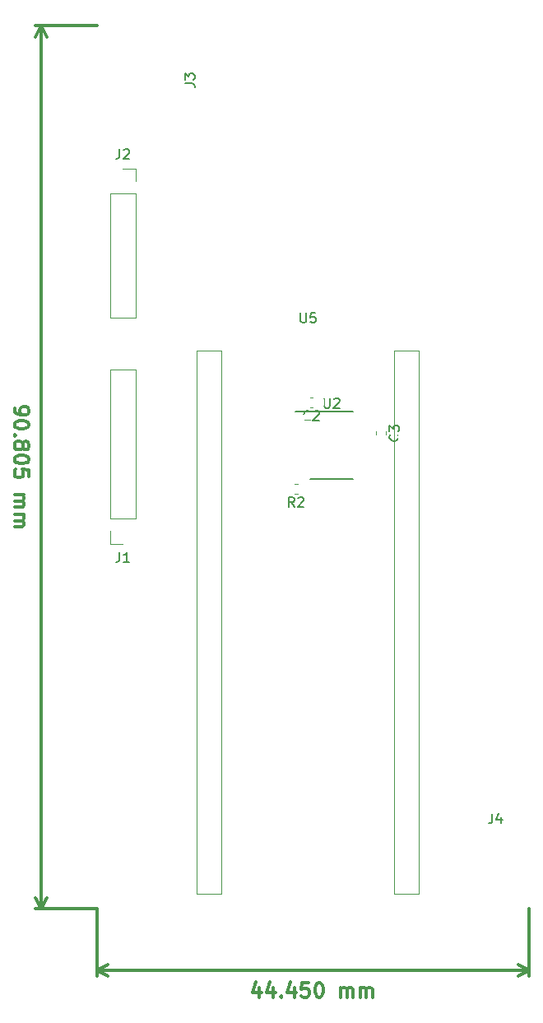
<source format=gto>
%TF.GenerationSoftware,KiCad,Pcbnew,5.0.2+dfsg1-1*%
%TF.CreationDate,2021-12-28T09:45:32+01:00*%
%TF.ProjectId,GbSwitchFp,47625377-6974-4636-9846-702e6b696361,rev?*%
%TF.SameCoordinates,Original*%
%TF.FileFunction,Legend,Top*%
%TF.FilePolarity,Positive*%
%FSLAX46Y46*%
G04 Gerber Fmt 4.6, Leading zero omitted, Abs format (unit mm)*
G04 Created by KiCad (PCBNEW 5.0.2+dfsg1-1) date Tue 28 Dec 2021 09:45:32 AM CET*
%MOMM*%
%LPD*%
G01*
G04 APERTURE LIST*
%ADD10C,0.300000*%
%ADD11C,0.120000*%
%ADD12C,0.150000*%
%ADD13C,1.802000*%
%ADD14O,1.802000X1.802000*%
%ADD15R,1.802000X1.802000*%
%ADD16C,0.100000*%
%ADD17C,0.977000*%
%ADD18R,2.102000X11.102000*%
%ADD19C,2.702000*%
%ADD20R,1.552000X0.552000*%
G04 APERTURE END LIST*
D10*
X98821428Y-90766071D02*
X98821428Y-91051785D01*
X98892857Y-91194642D01*
X98964285Y-91266071D01*
X99178571Y-91408928D01*
X99464285Y-91480357D01*
X100035714Y-91480357D01*
X100178571Y-91408928D01*
X100250000Y-91337500D01*
X100321428Y-91194642D01*
X100321428Y-90908928D01*
X100250000Y-90766071D01*
X100178571Y-90694642D01*
X100035714Y-90623214D01*
X99678571Y-90623214D01*
X99535714Y-90694642D01*
X99464285Y-90766071D01*
X99392857Y-90908928D01*
X99392857Y-91194642D01*
X99464285Y-91337500D01*
X99535714Y-91408928D01*
X99678571Y-91480357D01*
X100321428Y-92408928D02*
X100321428Y-92551785D01*
X100250000Y-92694642D01*
X100178571Y-92766071D01*
X100035714Y-92837500D01*
X99750000Y-92908928D01*
X99392857Y-92908928D01*
X99107142Y-92837500D01*
X98964285Y-92766071D01*
X98892857Y-92694642D01*
X98821428Y-92551785D01*
X98821428Y-92408928D01*
X98892857Y-92266071D01*
X98964285Y-92194642D01*
X99107142Y-92123214D01*
X99392857Y-92051785D01*
X99750000Y-92051785D01*
X100035714Y-92123214D01*
X100178571Y-92194642D01*
X100250000Y-92266071D01*
X100321428Y-92408928D01*
X98964285Y-93551785D02*
X98892857Y-93623214D01*
X98821428Y-93551785D01*
X98892857Y-93480357D01*
X98964285Y-93551785D01*
X98821428Y-93551785D01*
X99678571Y-94480357D02*
X99750000Y-94337500D01*
X99821428Y-94266071D01*
X99964285Y-94194642D01*
X100035714Y-94194642D01*
X100178571Y-94266071D01*
X100250000Y-94337500D01*
X100321428Y-94480357D01*
X100321428Y-94766071D01*
X100250000Y-94908928D01*
X100178571Y-94980357D01*
X100035714Y-95051785D01*
X99964285Y-95051785D01*
X99821428Y-94980357D01*
X99750000Y-94908928D01*
X99678571Y-94766071D01*
X99678571Y-94480357D01*
X99607142Y-94337500D01*
X99535714Y-94266071D01*
X99392857Y-94194642D01*
X99107142Y-94194642D01*
X98964285Y-94266071D01*
X98892857Y-94337500D01*
X98821428Y-94480357D01*
X98821428Y-94766071D01*
X98892857Y-94908928D01*
X98964285Y-94980357D01*
X99107142Y-95051785D01*
X99392857Y-95051785D01*
X99535714Y-94980357D01*
X99607142Y-94908928D01*
X99678571Y-94766071D01*
X100321428Y-95980357D02*
X100321428Y-96123214D01*
X100250000Y-96266071D01*
X100178571Y-96337500D01*
X100035714Y-96408928D01*
X99750000Y-96480357D01*
X99392857Y-96480357D01*
X99107142Y-96408928D01*
X98964285Y-96337500D01*
X98892857Y-96266071D01*
X98821428Y-96123214D01*
X98821428Y-95980357D01*
X98892857Y-95837500D01*
X98964285Y-95766071D01*
X99107142Y-95694642D01*
X99392857Y-95623214D01*
X99750000Y-95623214D01*
X100035714Y-95694642D01*
X100178571Y-95766071D01*
X100250000Y-95837500D01*
X100321428Y-95980357D01*
X100321428Y-97837500D02*
X100321428Y-97123214D01*
X99607142Y-97051785D01*
X99678571Y-97123214D01*
X99750000Y-97266071D01*
X99750000Y-97623214D01*
X99678571Y-97766071D01*
X99607142Y-97837500D01*
X99464285Y-97908928D01*
X99107142Y-97908928D01*
X98964285Y-97837500D01*
X98892857Y-97766071D01*
X98821428Y-97623214D01*
X98821428Y-97266071D01*
X98892857Y-97123214D01*
X98964285Y-97051785D01*
X98821428Y-99694642D02*
X99821428Y-99694642D01*
X99678571Y-99694642D02*
X99750000Y-99766071D01*
X99821428Y-99908928D01*
X99821428Y-100123214D01*
X99750000Y-100266071D01*
X99607142Y-100337500D01*
X98821428Y-100337500D01*
X99607142Y-100337500D02*
X99750000Y-100408928D01*
X99821428Y-100551785D01*
X99821428Y-100766071D01*
X99750000Y-100908928D01*
X99607142Y-100980357D01*
X98821428Y-100980357D01*
X98821428Y-101694642D02*
X99821428Y-101694642D01*
X99678571Y-101694642D02*
X99750000Y-101766071D01*
X99821428Y-101908928D01*
X99821428Y-102123214D01*
X99750000Y-102266071D01*
X99607142Y-102337500D01*
X98821428Y-102337500D01*
X99607142Y-102337500D02*
X99750000Y-102408928D01*
X99821428Y-102551785D01*
X99821428Y-102766071D01*
X99750000Y-102908928D01*
X99607142Y-102980357D01*
X98821428Y-102980357D01*
X101600000Y-51435000D02*
X101600000Y-142240000D01*
X107315000Y-51435000D02*
X101013579Y-51435000D01*
X107315000Y-142240000D02*
X101013579Y-142240000D01*
X101600000Y-142240000D02*
X101013579Y-141113496D01*
X101600000Y-142240000D02*
X102186421Y-141113496D01*
X101600000Y-51435000D02*
X101013579Y-52561504D01*
X101600000Y-51435000D02*
X102186421Y-52561504D01*
X124040000Y-150368571D02*
X124040000Y-151368571D01*
X123682857Y-149797142D02*
X123325714Y-150868571D01*
X124254285Y-150868571D01*
X125468571Y-150368571D02*
X125468571Y-151368571D01*
X125111428Y-149797142D02*
X124754285Y-150868571D01*
X125682857Y-150868571D01*
X126254285Y-151225714D02*
X126325714Y-151297142D01*
X126254285Y-151368571D01*
X126182857Y-151297142D01*
X126254285Y-151225714D01*
X126254285Y-151368571D01*
X127611428Y-150368571D02*
X127611428Y-151368571D01*
X127254285Y-149797142D02*
X126897142Y-150868571D01*
X127825714Y-150868571D01*
X129111428Y-149868571D02*
X128397142Y-149868571D01*
X128325714Y-150582857D01*
X128397142Y-150511428D01*
X128540000Y-150440000D01*
X128897142Y-150440000D01*
X129040000Y-150511428D01*
X129111428Y-150582857D01*
X129182857Y-150725714D01*
X129182857Y-151082857D01*
X129111428Y-151225714D01*
X129040000Y-151297142D01*
X128897142Y-151368571D01*
X128540000Y-151368571D01*
X128397142Y-151297142D01*
X128325714Y-151225714D01*
X130111428Y-149868571D02*
X130254285Y-149868571D01*
X130397142Y-149940000D01*
X130468571Y-150011428D01*
X130540000Y-150154285D01*
X130611428Y-150440000D01*
X130611428Y-150797142D01*
X130540000Y-151082857D01*
X130468571Y-151225714D01*
X130397142Y-151297142D01*
X130254285Y-151368571D01*
X130111428Y-151368571D01*
X129968571Y-151297142D01*
X129897142Y-151225714D01*
X129825714Y-151082857D01*
X129754285Y-150797142D01*
X129754285Y-150440000D01*
X129825714Y-150154285D01*
X129897142Y-150011428D01*
X129968571Y-149940000D01*
X130111428Y-149868571D01*
X132397142Y-151368571D02*
X132397142Y-150368571D01*
X132397142Y-150511428D02*
X132468571Y-150440000D01*
X132611428Y-150368571D01*
X132825714Y-150368571D01*
X132968571Y-150440000D01*
X133040000Y-150582857D01*
X133040000Y-151368571D01*
X133040000Y-150582857D02*
X133111428Y-150440000D01*
X133254285Y-150368571D01*
X133468571Y-150368571D01*
X133611428Y-150440000D01*
X133682857Y-150582857D01*
X133682857Y-151368571D01*
X134397142Y-151368571D02*
X134397142Y-150368571D01*
X134397142Y-150511428D02*
X134468571Y-150440000D01*
X134611428Y-150368571D01*
X134825714Y-150368571D01*
X134968571Y-150440000D01*
X135040000Y-150582857D01*
X135040000Y-151368571D01*
X135040000Y-150582857D02*
X135111428Y-150440000D01*
X135254285Y-150368571D01*
X135468571Y-150368571D01*
X135611428Y-150440000D01*
X135682857Y-150582857D01*
X135682857Y-151368571D01*
X107315000Y-148590000D02*
X151765000Y-148590000D01*
X107315000Y-142240000D02*
X107315000Y-149176421D01*
X151765000Y-142240000D02*
X151765000Y-149176421D01*
X151765000Y-148590000D02*
X150638496Y-149176421D01*
X151765000Y-148590000D02*
X150638496Y-148003579D01*
X107315000Y-148590000D02*
X108441504Y-149176421D01*
X107315000Y-148590000D02*
X108441504Y-148003579D01*
D11*
X117602000Y-84836000D02*
X120142000Y-84836000D01*
X120142000Y-84836000D02*
X120142000Y-140716000D01*
X120142000Y-140716000D02*
X117602000Y-140716000D01*
X117602000Y-140716000D02*
X117602000Y-84836000D01*
X137922000Y-84836000D02*
X140462000Y-84836000D01*
X140462000Y-84836000D02*
X140462000Y-140716000D01*
X140462000Y-140716000D02*
X137922000Y-140716000D01*
X137922000Y-140716000D02*
X137922000Y-84836000D01*
X109982000Y-66107000D02*
X111312000Y-66107000D01*
X111312000Y-66107000D02*
X111312000Y-67437000D01*
X111312000Y-68707000D02*
X111312000Y-81467000D01*
X108652000Y-81467000D02*
X111312000Y-81467000D01*
X108652000Y-68707000D02*
X108652000Y-81467000D01*
X108652000Y-68707000D02*
X111312000Y-68707000D01*
X109982000Y-104708000D02*
X108652000Y-104708000D01*
X108652000Y-104708000D02*
X108652000Y-103378000D01*
X108652000Y-102108000D02*
X108652000Y-86808000D01*
X111312000Y-86808000D02*
X108652000Y-86808000D01*
X111312000Y-102108000D02*
X111312000Y-86808000D01*
X111312000Y-102108000D02*
X108652000Y-102108000D01*
X129550279Y-90680000D02*
X129224721Y-90680000D01*
X129550279Y-89660000D02*
X129224721Y-89660000D01*
X136015000Y-93182221D02*
X136015000Y-93507779D01*
X137035000Y-93182221D02*
X137035000Y-93507779D01*
D12*
X129249000Y-98054000D02*
X133699000Y-98054000D01*
X127724000Y-91154000D02*
X133699000Y-91154000D01*
D11*
X127950279Y-99570000D02*
X127624721Y-99570000D01*
X127950279Y-98550000D02*
X127624721Y-98550000D01*
D12*
X128270095Y-80978380D02*
X128270095Y-81787904D01*
X128317714Y-81883142D01*
X128365333Y-81930761D01*
X128460571Y-81978380D01*
X128651047Y-81978380D01*
X128746285Y-81930761D01*
X128793904Y-81883142D01*
X128841523Y-81787904D01*
X128841523Y-80978380D01*
X129793904Y-80978380D02*
X129317714Y-80978380D01*
X129270095Y-81454571D01*
X129317714Y-81406952D01*
X129412952Y-81359333D01*
X129651047Y-81359333D01*
X129746285Y-81406952D01*
X129793904Y-81454571D01*
X129841523Y-81549809D01*
X129841523Y-81787904D01*
X129793904Y-81883142D01*
X129746285Y-81930761D01*
X129651047Y-81978380D01*
X129412952Y-81978380D01*
X129317714Y-81930761D01*
X129270095Y-81883142D01*
X109648666Y-64119380D02*
X109648666Y-64833666D01*
X109601047Y-64976523D01*
X109505809Y-65071761D01*
X109362952Y-65119380D01*
X109267714Y-65119380D01*
X110077238Y-64214619D02*
X110124857Y-64167000D01*
X110220095Y-64119380D01*
X110458190Y-64119380D01*
X110553428Y-64167000D01*
X110601047Y-64214619D01*
X110648666Y-64309857D01*
X110648666Y-64405095D01*
X110601047Y-64547952D01*
X110029619Y-65119380D01*
X110648666Y-65119380D01*
X109648666Y-105600380D02*
X109648666Y-106314666D01*
X109601047Y-106457523D01*
X109505809Y-106552761D01*
X109362952Y-106600380D01*
X109267714Y-106600380D01*
X110648666Y-106600380D02*
X110077238Y-106600380D01*
X110362952Y-106600380D02*
X110362952Y-105600380D01*
X110267714Y-105743238D01*
X110172476Y-105838476D01*
X110077238Y-105886095D01*
X129220833Y-91957142D02*
X129173214Y-92004761D01*
X129030357Y-92052380D01*
X128935119Y-92052380D01*
X128792261Y-92004761D01*
X128697023Y-91909523D01*
X128649404Y-91814285D01*
X128601785Y-91623809D01*
X128601785Y-91480952D01*
X128649404Y-91290476D01*
X128697023Y-91195238D01*
X128792261Y-91100000D01*
X128935119Y-91052380D01*
X129030357Y-91052380D01*
X129173214Y-91100000D01*
X129220833Y-91147619D01*
X129601785Y-91147619D02*
X129649404Y-91100000D01*
X129744642Y-91052380D01*
X129982738Y-91052380D01*
X130077976Y-91100000D01*
X130125595Y-91147619D01*
X130173214Y-91242857D01*
X130173214Y-91338095D01*
X130125595Y-91480952D01*
X129554166Y-92052380D01*
X130173214Y-92052380D01*
X138312142Y-93511666D02*
X138359761Y-93559285D01*
X138407380Y-93702142D01*
X138407380Y-93797380D01*
X138359761Y-93940238D01*
X138264523Y-94035476D01*
X138169285Y-94083095D01*
X137978809Y-94130714D01*
X137835952Y-94130714D01*
X137645476Y-94083095D01*
X137550238Y-94035476D01*
X137455000Y-93940238D01*
X137407380Y-93797380D01*
X137407380Y-93702142D01*
X137455000Y-93559285D01*
X137502619Y-93511666D01*
X137407380Y-93178333D02*
X137407380Y-92559285D01*
X137788333Y-92892619D01*
X137788333Y-92749761D01*
X137835952Y-92654523D01*
X137883571Y-92606904D01*
X137978809Y-92559285D01*
X138216904Y-92559285D01*
X138312142Y-92606904D01*
X138359761Y-92654523D01*
X138407380Y-92749761D01*
X138407380Y-93035476D01*
X138359761Y-93130714D01*
X138312142Y-93178333D01*
X116368380Y-57356333D02*
X117082666Y-57356333D01*
X117225523Y-57403952D01*
X117320761Y-57499190D01*
X117368380Y-57642047D01*
X117368380Y-57737285D01*
X116368380Y-56975380D02*
X116368380Y-56356333D01*
X116749333Y-56689666D01*
X116749333Y-56546809D01*
X116796952Y-56451571D01*
X116844571Y-56403952D01*
X116939809Y-56356333D01*
X117177904Y-56356333D01*
X117273142Y-56403952D01*
X117320761Y-56451571D01*
X117368380Y-56546809D01*
X117368380Y-56832523D01*
X117320761Y-56927761D01*
X117273142Y-56975380D01*
X148002666Y-132483380D02*
X148002666Y-133197666D01*
X147955047Y-133340523D01*
X147859809Y-133435761D01*
X147716952Y-133483380D01*
X147621714Y-133483380D01*
X148907428Y-132816714D02*
X148907428Y-133483380D01*
X148669333Y-132435761D02*
X148431238Y-133150047D01*
X149050285Y-133150047D01*
X130712095Y-89756380D02*
X130712095Y-90565904D01*
X130759714Y-90661142D01*
X130807333Y-90708761D01*
X130902571Y-90756380D01*
X131093047Y-90756380D01*
X131188285Y-90708761D01*
X131235904Y-90661142D01*
X131283523Y-90565904D01*
X131283523Y-89756380D01*
X131712095Y-89851619D02*
X131759714Y-89804000D01*
X131854952Y-89756380D01*
X132093047Y-89756380D01*
X132188285Y-89804000D01*
X132235904Y-89851619D01*
X132283523Y-89946857D01*
X132283523Y-90042095D01*
X132235904Y-90184952D01*
X131664476Y-90756380D01*
X132283523Y-90756380D01*
X127620833Y-100942380D02*
X127287500Y-100466190D01*
X127049404Y-100942380D02*
X127049404Y-99942380D01*
X127430357Y-99942380D01*
X127525595Y-99990000D01*
X127573214Y-100037619D01*
X127620833Y-100132857D01*
X127620833Y-100275714D01*
X127573214Y-100370952D01*
X127525595Y-100418571D01*
X127430357Y-100466190D01*
X127049404Y-100466190D01*
X128001785Y-100037619D02*
X128049404Y-99990000D01*
X128144642Y-99942380D01*
X128382738Y-99942380D01*
X128477976Y-99990000D01*
X128525595Y-100037619D01*
X128573214Y-100132857D01*
X128573214Y-100228095D01*
X128525595Y-100370952D01*
X127954166Y-100942380D01*
X128573214Y-100942380D01*
%LPC*%
D13*
X118872000Y-139446000D03*
X118872000Y-136906000D03*
X118872000Y-134366000D03*
X118872000Y-131826000D03*
X118872000Y-129286000D03*
X118872000Y-126746000D03*
X118872000Y-124206000D03*
X118872000Y-121666000D03*
X118872000Y-119126000D03*
X118872000Y-116586000D03*
X118872000Y-114046000D03*
X118872000Y-111506000D03*
X118872000Y-108966000D03*
X118872000Y-106426000D03*
X118872000Y-103886000D03*
X118872000Y-101346000D03*
X118872000Y-98806000D03*
X118872000Y-96266000D03*
X118872000Y-93726000D03*
X118872000Y-91186000D03*
X118872000Y-88646000D03*
X118872000Y-86106000D03*
X139192000Y-86106000D03*
X139192000Y-88646000D03*
X139192000Y-91186000D03*
X139192000Y-93726000D03*
X139192000Y-96266000D03*
X139192000Y-98806000D03*
X139192000Y-101346000D03*
X139192000Y-103886000D03*
X139192000Y-106426000D03*
X139192000Y-108966000D03*
X139192000Y-111506000D03*
X139192000Y-114046000D03*
X139192000Y-116586000D03*
X139192000Y-119126000D03*
X139192000Y-121666000D03*
X139192000Y-124206000D03*
X139192000Y-126746000D03*
X139192000Y-129286000D03*
X139192000Y-131826000D03*
X139192000Y-134366000D03*
X139192000Y-136906000D03*
X139192000Y-139446000D03*
D14*
X109982000Y-80137000D03*
X109982000Y-77597000D03*
X109982000Y-75057000D03*
X109982000Y-72517000D03*
X109982000Y-69977000D03*
D15*
X109982000Y-67437000D03*
D14*
X109982000Y-88138000D03*
X109982000Y-90678000D03*
X109982000Y-93218000D03*
X109982000Y-95758000D03*
X109982000Y-98298000D03*
X109982000Y-100838000D03*
D15*
X109982000Y-103378000D03*
D16*
G36*
X130443191Y-89645176D02*
X130466901Y-89648693D01*
X130490152Y-89654517D01*
X130512720Y-89662592D01*
X130534389Y-89672841D01*
X130554948Y-89685164D01*
X130574201Y-89699442D01*
X130591961Y-89715539D01*
X130608058Y-89733299D01*
X130622336Y-89752552D01*
X130634659Y-89773111D01*
X130644908Y-89794780D01*
X130652983Y-89817348D01*
X130658807Y-89840599D01*
X130662324Y-89864309D01*
X130663500Y-89888250D01*
X130663500Y-90451750D01*
X130662324Y-90475691D01*
X130658807Y-90499401D01*
X130652983Y-90522652D01*
X130644908Y-90545220D01*
X130634659Y-90566889D01*
X130622336Y-90587448D01*
X130608058Y-90606701D01*
X130591961Y-90624461D01*
X130574201Y-90640558D01*
X130554948Y-90654836D01*
X130534389Y-90667159D01*
X130512720Y-90677408D01*
X130490152Y-90685483D01*
X130466901Y-90691307D01*
X130443191Y-90694824D01*
X130419250Y-90696000D01*
X129930750Y-90696000D01*
X129906809Y-90694824D01*
X129883099Y-90691307D01*
X129859848Y-90685483D01*
X129837280Y-90677408D01*
X129815611Y-90667159D01*
X129795052Y-90654836D01*
X129775799Y-90640558D01*
X129758039Y-90624461D01*
X129741942Y-90606701D01*
X129727664Y-90587448D01*
X129715341Y-90566889D01*
X129705092Y-90545220D01*
X129697017Y-90522652D01*
X129691193Y-90499401D01*
X129687676Y-90475691D01*
X129686500Y-90451750D01*
X129686500Y-89888250D01*
X129687676Y-89864309D01*
X129691193Y-89840599D01*
X129697017Y-89817348D01*
X129705092Y-89794780D01*
X129715341Y-89773111D01*
X129727664Y-89752552D01*
X129741942Y-89733299D01*
X129758039Y-89715539D01*
X129775799Y-89699442D01*
X129795052Y-89685164D01*
X129815611Y-89672841D01*
X129837280Y-89662592D01*
X129859848Y-89654517D01*
X129883099Y-89648693D01*
X129906809Y-89645176D01*
X129930750Y-89644000D01*
X130419250Y-89644000D01*
X130443191Y-89645176D01*
X130443191Y-89645176D01*
G37*
D17*
X130175000Y-90170000D03*
D16*
G36*
X128868191Y-89645176D02*
X128891901Y-89648693D01*
X128915152Y-89654517D01*
X128937720Y-89662592D01*
X128959389Y-89672841D01*
X128979948Y-89685164D01*
X128999201Y-89699442D01*
X129016961Y-89715539D01*
X129033058Y-89733299D01*
X129047336Y-89752552D01*
X129059659Y-89773111D01*
X129069908Y-89794780D01*
X129077983Y-89817348D01*
X129083807Y-89840599D01*
X129087324Y-89864309D01*
X129088500Y-89888250D01*
X129088500Y-90451750D01*
X129087324Y-90475691D01*
X129083807Y-90499401D01*
X129077983Y-90522652D01*
X129069908Y-90545220D01*
X129059659Y-90566889D01*
X129047336Y-90587448D01*
X129033058Y-90606701D01*
X129016961Y-90624461D01*
X128999201Y-90640558D01*
X128979948Y-90654836D01*
X128959389Y-90667159D01*
X128937720Y-90677408D01*
X128915152Y-90685483D01*
X128891901Y-90691307D01*
X128868191Y-90694824D01*
X128844250Y-90696000D01*
X128355750Y-90696000D01*
X128331809Y-90694824D01*
X128308099Y-90691307D01*
X128284848Y-90685483D01*
X128262280Y-90677408D01*
X128240611Y-90667159D01*
X128220052Y-90654836D01*
X128200799Y-90640558D01*
X128183039Y-90624461D01*
X128166942Y-90606701D01*
X128152664Y-90587448D01*
X128140341Y-90566889D01*
X128130092Y-90545220D01*
X128122017Y-90522652D01*
X128116193Y-90499401D01*
X128112676Y-90475691D01*
X128111500Y-90451750D01*
X128111500Y-89888250D01*
X128112676Y-89864309D01*
X128116193Y-89840599D01*
X128122017Y-89817348D01*
X128130092Y-89794780D01*
X128140341Y-89773111D01*
X128152664Y-89752552D01*
X128166942Y-89733299D01*
X128183039Y-89715539D01*
X128200799Y-89699442D01*
X128220052Y-89685164D01*
X128240611Y-89672841D01*
X128262280Y-89662592D01*
X128284848Y-89654517D01*
X128308099Y-89648693D01*
X128331809Y-89645176D01*
X128355750Y-89644000D01*
X128844250Y-89644000D01*
X128868191Y-89645176D01*
X128868191Y-89645176D01*
G37*
D17*
X128600000Y-90170000D03*
D16*
G36*
X136830691Y-93645176D02*
X136854401Y-93648693D01*
X136877652Y-93654517D01*
X136900220Y-93662592D01*
X136921889Y-93672841D01*
X136942448Y-93685164D01*
X136961701Y-93699442D01*
X136979461Y-93715539D01*
X136995558Y-93733299D01*
X137009836Y-93752552D01*
X137022159Y-93773111D01*
X137032408Y-93794780D01*
X137040483Y-93817348D01*
X137046307Y-93840599D01*
X137049824Y-93864309D01*
X137051000Y-93888250D01*
X137051000Y-94376750D01*
X137049824Y-94400691D01*
X137046307Y-94424401D01*
X137040483Y-94447652D01*
X137032408Y-94470220D01*
X137022159Y-94491889D01*
X137009836Y-94512448D01*
X136995558Y-94531701D01*
X136979461Y-94549461D01*
X136961701Y-94565558D01*
X136942448Y-94579836D01*
X136921889Y-94592159D01*
X136900220Y-94602408D01*
X136877652Y-94610483D01*
X136854401Y-94616307D01*
X136830691Y-94619824D01*
X136806750Y-94621000D01*
X136243250Y-94621000D01*
X136219309Y-94619824D01*
X136195599Y-94616307D01*
X136172348Y-94610483D01*
X136149780Y-94602408D01*
X136128111Y-94592159D01*
X136107552Y-94579836D01*
X136088299Y-94565558D01*
X136070539Y-94549461D01*
X136054442Y-94531701D01*
X136040164Y-94512448D01*
X136027841Y-94491889D01*
X136017592Y-94470220D01*
X136009517Y-94447652D01*
X136003693Y-94424401D01*
X136000176Y-94400691D01*
X135999000Y-94376750D01*
X135999000Y-93888250D01*
X136000176Y-93864309D01*
X136003693Y-93840599D01*
X136009517Y-93817348D01*
X136017592Y-93794780D01*
X136027841Y-93773111D01*
X136040164Y-93752552D01*
X136054442Y-93733299D01*
X136070539Y-93715539D01*
X136088299Y-93699442D01*
X136107552Y-93685164D01*
X136128111Y-93672841D01*
X136149780Y-93662592D01*
X136172348Y-93654517D01*
X136195599Y-93648693D01*
X136219309Y-93645176D01*
X136243250Y-93644000D01*
X136806750Y-93644000D01*
X136830691Y-93645176D01*
X136830691Y-93645176D01*
G37*
D17*
X136525000Y-94132500D03*
D16*
G36*
X136830691Y-92070176D02*
X136854401Y-92073693D01*
X136877652Y-92079517D01*
X136900220Y-92087592D01*
X136921889Y-92097841D01*
X136942448Y-92110164D01*
X136961701Y-92124442D01*
X136979461Y-92140539D01*
X136995558Y-92158299D01*
X137009836Y-92177552D01*
X137022159Y-92198111D01*
X137032408Y-92219780D01*
X137040483Y-92242348D01*
X137046307Y-92265599D01*
X137049824Y-92289309D01*
X137051000Y-92313250D01*
X137051000Y-92801750D01*
X137049824Y-92825691D01*
X137046307Y-92849401D01*
X137040483Y-92872652D01*
X137032408Y-92895220D01*
X137022159Y-92916889D01*
X137009836Y-92937448D01*
X136995558Y-92956701D01*
X136979461Y-92974461D01*
X136961701Y-92990558D01*
X136942448Y-93004836D01*
X136921889Y-93017159D01*
X136900220Y-93027408D01*
X136877652Y-93035483D01*
X136854401Y-93041307D01*
X136830691Y-93044824D01*
X136806750Y-93046000D01*
X136243250Y-93046000D01*
X136219309Y-93044824D01*
X136195599Y-93041307D01*
X136172348Y-93035483D01*
X136149780Y-93027408D01*
X136128111Y-93017159D01*
X136107552Y-93004836D01*
X136088299Y-92990558D01*
X136070539Y-92974461D01*
X136054442Y-92956701D01*
X136040164Y-92937448D01*
X136027841Y-92916889D01*
X136017592Y-92895220D01*
X136009517Y-92872652D01*
X136003693Y-92849401D01*
X136000176Y-92825691D01*
X135999000Y-92801750D01*
X135999000Y-92313250D01*
X136000176Y-92289309D01*
X136003693Y-92265599D01*
X136009517Y-92242348D01*
X136017592Y-92219780D01*
X136027841Y-92198111D01*
X136040164Y-92177552D01*
X136054442Y-92158299D01*
X136070539Y-92140539D01*
X136088299Y-92124442D01*
X136107552Y-92110164D01*
X136128111Y-92097841D01*
X136149780Y-92087592D01*
X136172348Y-92079517D01*
X136195599Y-92073693D01*
X136219309Y-92070176D01*
X136243250Y-92069000D01*
X136806750Y-92069000D01*
X136830691Y-92070176D01*
X136830691Y-92070176D01*
G37*
D17*
X136525000Y-92557500D03*
D18*
X122916000Y-57023000D03*
X125456000Y-57023000D03*
X127996000Y-57023000D03*
X130536000Y-57023000D03*
X138156000Y-57023000D03*
X133076000Y-57023000D03*
X135616000Y-57023000D03*
D19*
X148336000Y-129031000D03*
X148336000Y-125031000D03*
X148336000Y-121031000D03*
X148336000Y-114531000D03*
X148336000Y-110531000D03*
X148336000Y-106531000D03*
X148336000Y-102531000D03*
D20*
X128524000Y-91679000D03*
X128524000Y-92329000D03*
X128524000Y-92979000D03*
X128524000Y-93629000D03*
X128524000Y-94279000D03*
X128524000Y-94929000D03*
X128524000Y-95579000D03*
X128524000Y-96229000D03*
X128524000Y-96879000D03*
X128524000Y-97529000D03*
X134424000Y-97529000D03*
X134424000Y-96879000D03*
X134424000Y-96229000D03*
X134424000Y-95579000D03*
X134424000Y-94929000D03*
X134424000Y-94279000D03*
X134424000Y-93629000D03*
X134424000Y-92979000D03*
X134424000Y-92329000D03*
X134424000Y-91679000D03*
D16*
G36*
X128843191Y-98535176D02*
X128866901Y-98538693D01*
X128890152Y-98544517D01*
X128912720Y-98552592D01*
X128934389Y-98562841D01*
X128954948Y-98575164D01*
X128974201Y-98589442D01*
X128991961Y-98605539D01*
X129008058Y-98623299D01*
X129022336Y-98642552D01*
X129034659Y-98663111D01*
X129044908Y-98684780D01*
X129052983Y-98707348D01*
X129058807Y-98730599D01*
X129062324Y-98754309D01*
X129063500Y-98778250D01*
X129063500Y-99341750D01*
X129062324Y-99365691D01*
X129058807Y-99389401D01*
X129052983Y-99412652D01*
X129044908Y-99435220D01*
X129034659Y-99456889D01*
X129022336Y-99477448D01*
X129008058Y-99496701D01*
X128991961Y-99514461D01*
X128974201Y-99530558D01*
X128954948Y-99544836D01*
X128934389Y-99557159D01*
X128912720Y-99567408D01*
X128890152Y-99575483D01*
X128866901Y-99581307D01*
X128843191Y-99584824D01*
X128819250Y-99586000D01*
X128330750Y-99586000D01*
X128306809Y-99584824D01*
X128283099Y-99581307D01*
X128259848Y-99575483D01*
X128237280Y-99567408D01*
X128215611Y-99557159D01*
X128195052Y-99544836D01*
X128175799Y-99530558D01*
X128158039Y-99514461D01*
X128141942Y-99496701D01*
X128127664Y-99477448D01*
X128115341Y-99456889D01*
X128105092Y-99435220D01*
X128097017Y-99412652D01*
X128091193Y-99389401D01*
X128087676Y-99365691D01*
X128086500Y-99341750D01*
X128086500Y-98778250D01*
X128087676Y-98754309D01*
X128091193Y-98730599D01*
X128097017Y-98707348D01*
X128105092Y-98684780D01*
X128115341Y-98663111D01*
X128127664Y-98642552D01*
X128141942Y-98623299D01*
X128158039Y-98605539D01*
X128175799Y-98589442D01*
X128195052Y-98575164D01*
X128215611Y-98562841D01*
X128237280Y-98552592D01*
X128259848Y-98544517D01*
X128283099Y-98538693D01*
X128306809Y-98535176D01*
X128330750Y-98534000D01*
X128819250Y-98534000D01*
X128843191Y-98535176D01*
X128843191Y-98535176D01*
G37*
D17*
X128575000Y-99060000D03*
D16*
G36*
X127268191Y-98535176D02*
X127291901Y-98538693D01*
X127315152Y-98544517D01*
X127337720Y-98552592D01*
X127359389Y-98562841D01*
X127379948Y-98575164D01*
X127399201Y-98589442D01*
X127416961Y-98605539D01*
X127433058Y-98623299D01*
X127447336Y-98642552D01*
X127459659Y-98663111D01*
X127469908Y-98684780D01*
X127477983Y-98707348D01*
X127483807Y-98730599D01*
X127487324Y-98754309D01*
X127488500Y-98778250D01*
X127488500Y-99341750D01*
X127487324Y-99365691D01*
X127483807Y-99389401D01*
X127477983Y-99412652D01*
X127469908Y-99435220D01*
X127459659Y-99456889D01*
X127447336Y-99477448D01*
X127433058Y-99496701D01*
X127416961Y-99514461D01*
X127399201Y-99530558D01*
X127379948Y-99544836D01*
X127359389Y-99557159D01*
X127337720Y-99567408D01*
X127315152Y-99575483D01*
X127291901Y-99581307D01*
X127268191Y-99584824D01*
X127244250Y-99586000D01*
X126755750Y-99586000D01*
X126731809Y-99584824D01*
X126708099Y-99581307D01*
X126684848Y-99575483D01*
X126662280Y-99567408D01*
X126640611Y-99557159D01*
X126620052Y-99544836D01*
X126600799Y-99530558D01*
X126583039Y-99514461D01*
X126566942Y-99496701D01*
X126552664Y-99477448D01*
X126540341Y-99456889D01*
X126530092Y-99435220D01*
X126522017Y-99412652D01*
X126516193Y-99389401D01*
X126512676Y-99365691D01*
X126511500Y-99341750D01*
X126511500Y-98778250D01*
X126512676Y-98754309D01*
X126516193Y-98730599D01*
X126522017Y-98707348D01*
X126530092Y-98684780D01*
X126540341Y-98663111D01*
X126552664Y-98642552D01*
X126566942Y-98623299D01*
X126583039Y-98605539D01*
X126600799Y-98589442D01*
X126620052Y-98575164D01*
X126640611Y-98562841D01*
X126662280Y-98552592D01*
X126684848Y-98544517D01*
X126708099Y-98538693D01*
X126731809Y-98535176D01*
X126755750Y-98534000D01*
X127244250Y-98534000D01*
X127268191Y-98535176D01*
X127268191Y-98535176D01*
G37*
D17*
X127000000Y-99060000D03*
M02*

</source>
